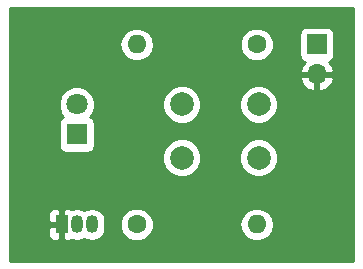
<source format=gbl>
G04 #@! TF.GenerationSoftware,KiCad,Pcbnew,(5.0.0)*
G04 #@! TF.CreationDate,2018-08-12T14:19:39+09:00*
G04 #@! TF.ProjectId,sample01,73616D706C6530312E6B696361645F70,rev?*
G04 #@! TF.SameCoordinates,PX40311b0PY3680a30*
G04 #@! TF.FileFunction,Copper,L2,Bot,Signal*
G04 #@! TF.FilePolarity,Positive*
%FSLAX46Y46*%
G04 Gerber Fmt 4.6, Leading zero omitted, Abs format (unit mm)*
G04 Created by KiCad (PCBNEW (5.0.0)) date 08/12/18 14:19:39*
%MOMM*%
%LPD*%
G01*
G04 APERTURE LIST*
G04 #@! TA.AperFunction,ComponentPad*
%ADD10R,1.700000X1.700000*%
G04 #@! TD*
G04 #@! TA.AperFunction,ComponentPad*
%ADD11O,1.700000X1.700000*%
G04 #@! TD*
G04 #@! TA.AperFunction,ComponentPad*
%ADD12R,1.800000X1.800000*%
G04 #@! TD*
G04 #@! TA.AperFunction,ComponentPad*
%ADD13C,1.800000*%
G04 #@! TD*
G04 #@! TA.AperFunction,ComponentPad*
%ADD14O,1.050000X1.500000*%
G04 #@! TD*
G04 #@! TA.AperFunction,ComponentPad*
%ADD15R,1.050000X1.500000*%
G04 #@! TD*
G04 #@! TA.AperFunction,ComponentPad*
%ADD16O,1.600000X1.600000*%
G04 #@! TD*
G04 #@! TA.AperFunction,ComponentPad*
%ADD17C,1.600000*%
G04 #@! TD*
G04 #@! TA.AperFunction,ComponentPad*
%ADD18C,2.000000*%
G04 #@! TD*
G04 #@! TA.AperFunction,ViaPad*
%ADD19C,0.800000*%
G04 #@! TD*
G04 #@! TA.AperFunction,Conductor*
%ADD20C,0.400000*%
G04 #@! TD*
G04 #@! TA.AperFunction,Conductor*
%ADD21C,0.254000*%
G04 #@! TD*
G04 APERTURE END LIST*
D10*
G04 #@! TO.P,J1,1*
G04 #@! TO.N,+5V*
X26670000Y19050000D03*
D11*
G04 #@! TO.P,J1,2*
G04 #@! TO.N,GND*
X26670000Y16510000D03*
G04 #@! TD*
D12*
G04 #@! TO.P,D1,1*
G04 #@! TO.N,Net-(D1-Pad1)*
X6350000Y11430000D03*
D13*
G04 #@! TO.P,D1,2*
G04 #@! TO.N,Net-(D1-Pad2)*
X6350000Y13970000D03*
G04 #@! TD*
D14*
G04 #@! TO.P,Q1,2*
G04 #@! TO.N,Net-(D1-Pad1)*
X6350000Y3810000D03*
G04 #@! TO.P,Q1,3*
G04 #@! TO.N,Net-(Q1-Pad3)*
X7620000Y3810000D03*
D15*
G04 #@! TO.P,Q1,1*
G04 #@! TO.N,GND*
X5080000Y3810000D03*
G04 #@! TD*
D16*
G04 #@! TO.P,R1,2*
G04 #@! TO.N,Net-(R1-Pad2)*
X21590000Y3810000D03*
D17*
G04 #@! TO.P,R1,1*
G04 #@! TO.N,Net-(Q1-Pad3)*
X11430000Y3810000D03*
G04 #@! TD*
G04 #@! TO.P,R2,1*
G04 #@! TO.N,+5V*
X21590000Y19050000D03*
D16*
G04 #@! TO.P,R2,2*
G04 #@! TO.N,Net-(D1-Pad2)*
X11430000Y19050000D03*
G04 #@! TD*
D18*
G04 #@! TO.P,SW1,2*
G04 #@! TO.N,Net-(R1-Pad2)*
X15240000Y9470000D03*
G04 #@! TO.P,SW1,1*
G04 #@! TO.N,+5V*
X15240000Y13970000D03*
G04 #@! TO.P,SW1,2*
G04 #@! TO.N,Net-(R1-Pad2)*
X21740000Y9470000D03*
G04 #@! TO.P,SW1,1*
G04 #@! TO.N,+5V*
X21740000Y13970000D03*
G04 #@! TD*
D19*
G04 #@! TO.N,GND*
X1270000Y3810000D03*
X1270000Y6350000D03*
X1270000Y8890000D03*
X1270000Y11430000D03*
X1270000Y13970000D03*
X1270000Y16510000D03*
X1270000Y19050000D03*
X1270000Y21590000D03*
X29210000Y21590000D03*
X26670000Y21590000D03*
X24130000Y21590000D03*
X21590000Y21590000D03*
X19050000Y21590000D03*
X16510000Y21590000D03*
X13970000Y21590000D03*
X11430000Y21590000D03*
X8890000Y21590000D03*
X6350000Y21590000D03*
X3810000Y21590000D03*
X3810000Y1270000D03*
X6350000Y1270000D03*
X8890000Y1270000D03*
X11430000Y1270000D03*
X13970000Y1270000D03*
X16510000Y1270000D03*
X19050000Y1270000D03*
X21590000Y1270000D03*
X24130000Y1270000D03*
X26670000Y1270000D03*
X29210000Y1270000D03*
X29210000Y3810000D03*
X29210000Y6350000D03*
X29210000Y8890000D03*
X29210000Y11430000D03*
X29210000Y13970000D03*
X29210000Y16510000D03*
X29210000Y19050000D03*
X1270000Y1270000D03*
G04 #@! TD*
D20*
G04 #@! TO.N,GND*
X1270000Y1270000D02*
X1270000Y1270000D01*
G04 #@! TD*
D21*
G04 #@! TO.N,GND*
G36*
X29770001Y710000D02*
X710000Y710000D01*
X710000Y3524250D01*
X3920000Y3524250D01*
X3920000Y2933690D01*
X4016673Y2700301D01*
X4195302Y2521673D01*
X4428691Y2425000D01*
X4794250Y2425000D01*
X4953000Y2583750D01*
X4953000Y3683000D01*
X4078750Y3683000D01*
X3920000Y3524250D01*
X710000Y3524250D01*
X710000Y4686310D01*
X3920000Y4686310D01*
X3920000Y4095750D01*
X4078750Y3937000D01*
X4953000Y3937000D01*
X4953000Y4149245D01*
X5190000Y4149245D01*
X5190000Y3470754D01*
X5207000Y3385290D01*
X5207000Y2583750D01*
X5365750Y2425000D01*
X5731309Y2425000D01*
X5896016Y2493224D01*
X5897392Y2492305D01*
X6350000Y2402275D01*
X6802609Y2492305D01*
X6985000Y2614175D01*
X7167392Y2492305D01*
X7620000Y2402275D01*
X8072609Y2492305D01*
X8456313Y2748687D01*
X8712695Y3132392D01*
X8780000Y3470755D01*
X8780000Y4095439D01*
X9995000Y4095439D01*
X9995000Y3524561D01*
X10213466Y2997138D01*
X10617138Y2593466D01*
X11144561Y2375000D01*
X11715439Y2375000D01*
X12242862Y2593466D01*
X12646534Y2997138D01*
X12865000Y3524561D01*
X12865000Y3810000D01*
X20126887Y3810000D01*
X20238260Y3250091D01*
X20555423Y2775423D01*
X21030091Y2458260D01*
X21448667Y2375000D01*
X21731333Y2375000D01*
X22149909Y2458260D01*
X22624577Y2775423D01*
X22941740Y3250091D01*
X23053113Y3810000D01*
X22941740Y4369909D01*
X22624577Y4844577D01*
X22149909Y5161740D01*
X21731333Y5245000D01*
X21448667Y5245000D01*
X21030091Y5161740D01*
X20555423Y4844577D01*
X20238260Y4369909D01*
X20126887Y3810000D01*
X12865000Y3810000D01*
X12865000Y4095439D01*
X12646534Y4622862D01*
X12242862Y5026534D01*
X11715439Y5245000D01*
X11144561Y5245000D01*
X10617138Y5026534D01*
X10213466Y4622862D01*
X9995000Y4095439D01*
X8780000Y4095439D01*
X8780000Y4149246D01*
X8712695Y4487609D01*
X8456313Y4871313D01*
X8072608Y5127695D01*
X7620000Y5217725D01*
X7167391Y5127695D01*
X6985000Y5005825D01*
X6802608Y5127695D01*
X6350000Y5217725D01*
X5897391Y5127695D01*
X5896016Y5126776D01*
X5731309Y5195000D01*
X5365750Y5195000D01*
X5207000Y5036250D01*
X5207000Y4234709D01*
X5190000Y4149245D01*
X4953000Y4149245D01*
X4953000Y5036250D01*
X4794250Y5195000D01*
X4428691Y5195000D01*
X4195302Y5098327D01*
X4016673Y4919699D01*
X3920000Y4686310D01*
X710000Y4686310D01*
X710000Y9795222D01*
X13605000Y9795222D01*
X13605000Y9144778D01*
X13853914Y8543847D01*
X14313847Y8083914D01*
X14914778Y7835000D01*
X15565222Y7835000D01*
X16166153Y8083914D01*
X16626086Y8543847D01*
X16875000Y9144778D01*
X16875000Y9795222D01*
X20105000Y9795222D01*
X20105000Y9144778D01*
X20353914Y8543847D01*
X20813847Y8083914D01*
X21414778Y7835000D01*
X22065222Y7835000D01*
X22666153Y8083914D01*
X23126086Y8543847D01*
X23375000Y9144778D01*
X23375000Y9795222D01*
X23126086Y10396153D01*
X22666153Y10856086D01*
X22065222Y11105000D01*
X21414778Y11105000D01*
X20813847Y10856086D01*
X20353914Y10396153D01*
X20105000Y9795222D01*
X16875000Y9795222D01*
X16626086Y10396153D01*
X16166153Y10856086D01*
X15565222Y11105000D01*
X14914778Y11105000D01*
X14313847Y10856086D01*
X13853914Y10396153D01*
X13605000Y9795222D01*
X710000Y9795222D01*
X710000Y12330000D01*
X4802560Y12330000D01*
X4802560Y10530000D01*
X4851843Y10282235D01*
X4992191Y10072191D01*
X5202235Y9931843D01*
X5450000Y9882560D01*
X7250000Y9882560D01*
X7497765Y9931843D01*
X7707809Y10072191D01*
X7848157Y10282235D01*
X7897440Y10530000D01*
X7897440Y12330000D01*
X7848157Y12577765D01*
X7707809Y12787809D01*
X7497765Y12928157D01*
X7482092Y12931275D01*
X7651310Y13100493D01*
X7885000Y13664670D01*
X7885000Y14275330D01*
X7876761Y14295222D01*
X13605000Y14295222D01*
X13605000Y13644778D01*
X13853914Y13043847D01*
X14313847Y12583914D01*
X14914778Y12335000D01*
X15565222Y12335000D01*
X16166153Y12583914D01*
X16626086Y13043847D01*
X16875000Y13644778D01*
X16875000Y14295222D01*
X20105000Y14295222D01*
X20105000Y13644778D01*
X20353914Y13043847D01*
X20813847Y12583914D01*
X21414778Y12335000D01*
X22065222Y12335000D01*
X22666153Y12583914D01*
X23126086Y13043847D01*
X23375000Y13644778D01*
X23375000Y14295222D01*
X23126086Y14896153D01*
X22666153Y15356086D01*
X22065222Y15605000D01*
X21414778Y15605000D01*
X20813847Y15356086D01*
X20353914Y14896153D01*
X20105000Y14295222D01*
X16875000Y14295222D01*
X16626086Y14896153D01*
X16166153Y15356086D01*
X15565222Y15605000D01*
X14914778Y15605000D01*
X14313847Y15356086D01*
X13853914Y14896153D01*
X13605000Y14295222D01*
X7876761Y14295222D01*
X7651310Y14839507D01*
X7219507Y15271310D01*
X6655330Y15505000D01*
X6044670Y15505000D01*
X5480493Y15271310D01*
X5048690Y14839507D01*
X4815000Y14275330D01*
X4815000Y13664670D01*
X5048690Y13100493D01*
X5217908Y12931275D01*
X5202235Y12928157D01*
X4992191Y12787809D01*
X4851843Y12577765D01*
X4802560Y12330000D01*
X710000Y12330000D01*
X710000Y16153110D01*
X25228524Y16153110D01*
X25398355Y15743076D01*
X25788642Y15314817D01*
X26313108Y15068514D01*
X26543000Y15189181D01*
X26543000Y16383000D01*
X26797000Y16383000D01*
X26797000Y15189181D01*
X27026892Y15068514D01*
X27551358Y15314817D01*
X27941645Y15743076D01*
X28111476Y16153110D01*
X27990155Y16383000D01*
X26797000Y16383000D01*
X26543000Y16383000D01*
X25349845Y16383000D01*
X25228524Y16153110D01*
X710000Y16153110D01*
X710000Y19050000D01*
X9966887Y19050000D01*
X10078260Y18490091D01*
X10395423Y18015423D01*
X10870091Y17698260D01*
X11288667Y17615000D01*
X11571333Y17615000D01*
X11989909Y17698260D01*
X12464577Y18015423D01*
X12781740Y18490091D01*
X12893113Y19050000D01*
X12836336Y19335439D01*
X20155000Y19335439D01*
X20155000Y18764561D01*
X20373466Y18237138D01*
X20777138Y17833466D01*
X21304561Y17615000D01*
X21875439Y17615000D01*
X22402862Y17833466D01*
X22806534Y18237138D01*
X23025000Y18764561D01*
X23025000Y19335439D01*
X22806534Y19862862D01*
X22769396Y19900000D01*
X25172560Y19900000D01*
X25172560Y18200000D01*
X25221843Y17952235D01*
X25362191Y17742191D01*
X25572235Y17601843D01*
X25675708Y17581261D01*
X25398355Y17276924D01*
X25228524Y16866890D01*
X25349845Y16637000D01*
X26543000Y16637000D01*
X26543000Y16657000D01*
X26797000Y16657000D01*
X26797000Y16637000D01*
X27990155Y16637000D01*
X28111476Y16866890D01*
X27941645Y17276924D01*
X27664292Y17581261D01*
X27767765Y17601843D01*
X27977809Y17742191D01*
X28118157Y17952235D01*
X28167440Y18200000D01*
X28167440Y19900000D01*
X28118157Y20147765D01*
X27977809Y20357809D01*
X27767765Y20498157D01*
X27520000Y20547440D01*
X25820000Y20547440D01*
X25572235Y20498157D01*
X25362191Y20357809D01*
X25221843Y20147765D01*
X25172560Y19900000D01*
X22769396Y19900000D01*
X22402862Y20266534D01*
X21875439Y20485000D01*
X21304561Y20485000D01*
X20777138Y20266534D01*
X20373466Y19862862D01*
X20155000Y19335439D01*
X12836336Y19335439D01*
X12781740Y19609909D01*
X12464577Y20084577D01*
X11989909Y20401740D01*
X11571333Y20485000D01*
X11288667Y20485000D01*
X10870091Y20401740D01*
X10395423Y20084577D01*
X10078260Y19609909D01*
X9966887Y19050000D01*
X710000Y19050000D01*
X710000Y22150000D01*
X29770000Y22150000D01*
X29770001Y710000D01*
X29770001Y710000D01*
G37*
X29770001Y710000D02*
X710000Y710000D01*
X710000Y3524250D01*
X3920000Y3524250D01*
X3920000Y2933690D01*
X4016673Y2700301D01*
X4195302Y2521673D01*
X4428691Y2425000D01*
X4794250Y2425000D01*
X4953000Y2583750D01*
X4953000Y3683000D01*
X4078750Y3683000D01*
X3920000Y3524250D01*
X710000Y3524250D01*
X710000Y4686310D01*
X3920000Y4686310D01*
X3920000Y4095750D01*
X4078750Y3937000D01*
X4953000Y3937000D01*
X4953000Y4149245D01*
X5190000Y4149245D01*
X5190000Y3470754D01*
X5207000Y3385290D01*
X5207000Y2583750D01*
X5365750Y2425000D01*
X5731309Y2425000D01*
X5896016Y2493224D01*
X5897392Y2492305D01*
X6350000Y2402275D01*
X6802609Y2492305D01*
X6985000Y2614175D01*
X7167392Y2492305D01*
X7620000Y2402275D01*
X8072609Y2492305D01*
X8456313Y2748687D01*
X8712695Y3132392D01*
X8780000Y3470755D01*
X8780000Y4095439D01*
X9995000Y4095439D01*
X9995000Y3524561D01*
X10213466Y2997138D01*
X10617138Y2593466D01*
X11144561Y2375000D01*
X11715439Y2375000D01*
X12242862Y2593466D01*
X12646534Y2997138D01*
X12865000Y3524561D01*
X12865000Y3810000D01*
X20126887Y3810000D01*
X20238260Y3250091D01*
X20555423Y2775423D01*
X21030091Y2458260D01*
X21448667Y2375000D01*
X21731333Y2375000D01*
X22149909Y2458260D01*
X22624577Y2775423D01*
X22941740Y3250091D01*
X23053113Y3810000D01*
X22941740Y4369909D01*
X22624577Y4844577D01*
X22149909Y5161740D01*
X21731333Y5245000D01*
X21448667Y5245000D01*
X21030091Y5161740D01*
X20555423Y4844577D01*
X20238260Y4369909D01*
X20126887Y3810000D01*
X12865000Y3810000D01*
X12865000Y4095439D01*
X12646534Y4622862D01*
X12242862Y5026534D01*
X11715439Y5245000D01*
X11144561Y5245000D01*
X10617138Y5026534D01*
X10213466Y4622862D01*
X9995000Y4095439D01*
X8780000Y4095439D01*
X8780000Y4149246D01*
X8712695Y4487609D01*
X8456313Y4871313D01*
X8072608Y5127695D01*
X7620000Y5217725D01*
X7167391Y5127695D01*
X6985000Y5005825D01*
X6802608Y5127695D01*
X6350000Y5217725D01*
X5897391Y5127695D01*
X5896016Y5126776D01*
X5731309Y5195000D01*
X5365750Y5195000D01*
X5207000Y5036250D01*
X5207000Y4234709D01*
X5190000Y4149245D01*
X4953000Y4149245D01*
X4953000Y5036250D01*
X4794250Y5195000D01*
X4428691Y5195000D01*
X4195302Y5098327D01*
X4016673Y4919699D01*
X3920000Y4686310D01*
X710000Y4686310D01*
X710000Y9795222D01*
X13605000Y9795222D01*
X13605000Y9144778D01*
X13853914Y8543847D01*
X14313847Y8083914D01*
X14914778Y7835000D01*
X15565222Y7835000D01*
X16166153Y8083914D01*
X16626086Y8543847D01*
X16875000Y9144778D01*
X16875000Y9795222D01*
X20105000Y9795222D01*
X20105000Y9144778D01*
X20353914Y8543847D01*
X20813847Y8083914D01*
X21414778Y7835000D01*
X22065222Y7835000D01*
X22666153Y8083914D01*
X23126086Y8543847D01*
X23375000Y9144778D01*
X23375000Y9795222D01*
X23126086Y10396153D01*
X22666153Y10856086D01*
X22065222Y11105000D01*
X21414778Y11105000D01*
X20813847Y10856086D01*
X20353914Y10396153D01*
X20105000Y9795222D01*
X16875000Y9795222D01*
X16626086Y10396153D01*
X16166153Y10856086D01*
X15565222Y11105000D01*
X14914778Y11105000D01*
X14313847Y10856086D01*
X13853914Y10396153D01*
X13605000Y9795222D01*
X710000Y9795222D01*
X710000Y12330000D01*
X4802560Y12330000D01*
X4802560Y10530000D01*
X4851843Y10282235D01*
X4992191Y10072191D01*
X5202235Y9931843D01*
X5450000Y9882560D01*
X7250000Y9882560D01*
X7497765Y9931843D01*
X7707809Y10072191D01*
X7848157Y10282235D01*
X7897440Y10530000D01*
X7897440Y12330000D01*
X7848157Y12577765D01*
X7707809Y12787809D01*
X7497765Y12928157D01*
X7482092Y12931275D01*
X7651310Y13100493D01*
X7885000Y13664670D01*
X7885000Y14275330D01*
X7876761Y14295222D01*
X13605000Y14295222D01*
X13605000Y13644778D01*
X13853914Y13043847D01*
X14313847Y12583914D01*
X14914778Y12335000D01*
X15565222Y12335000D01*
X16166153Y12583914D01*
X16626086Y13043847D01*
X16875000Y13644778D01*
X16875000Y14295222D01*
X20105000Y14295222D01*
X20105000Y13644778D01*
X20353914Y13043847D01*
X20813847Y12583914D01*
X21414778Y12335000D01*
X22065222Y12335000D01*
X22666153Y12583914D01*
X23126086Y13043847D01*
X23375000Y13644778D01*
X23375000Y14295222D01*
X23126086Y14896153D01*
X22666153Y15356086D01*
X22065222Y15605000D01*
X21414778Y15605000D01*
X20813847Y15356086D01*
X20353914Y14896153D01*
X20105000Y14295222D01*
X16875000Y14295222D01*
X16626086Y14896153D01*
X16166153Y15356086D01*
X15565222Y15605000D01*
X14914778Y15605000D01*
X14313847Y15356086D01*
X13853914Y14896153D01*
X13605000Y14295222D01*
X7876761Y14295222D01*
X7651310Y14839507D01*
X7219507Y15271310D01*
X6655330Y15505000D01*
X6044670Y15505000D01*
X5480493Y15271310D01*
X5048690Y14839507D01*
X4815000Y14275330D01*
X4815000Y13664670D01*
X5048690Y13100493D01*
X5217908Y12931275D01*
X5202235Y12928157D01*
X4992191Y12787809D01*
X4851843Y12577765D01*
X4802560Y12330000D01*
X710000Y12330000D01*
X710000Y16153110D01*
X25228524Y16153110D01*
X25398355Y15743076D01*
X25788642Y15314817D01*
X26313108Y15068514D01*
X26543000Y15189181D01*
X26543000Y16383000D01*
X26797000Y16383000D01*
X26797000Y15189181D01*
X27026892Y15068514D01*
X27551358Y15314817D01*
X27941645Y15743076D01*
X28111476Y16153110D01*
X27990155Y16383000D01*
X26797000Y16383000D01*
X26543000Y16383000D01*
X25349845Y16383000D01*
X25228524Y16153110D01*
X710000Y16153110D01*
X710000Y19050000D01*
X9966887Y19050000D01*
X10078260Y18490091D01*
X10395423Y18015423D01*
X10870091Y17698260D01*
X11288667Y17615000D01*
X11571333Y17615000D01*
X11989909Y17698260D01*
X12464577Y18015423D01*
X12781740Y18490091D01*
X12893113Y19050000D01*
X12836336Y19335439D01*
X20155000Y19335439D01*
X20155000Y18764561D01*
X20373466Y18237138D01*
X20777138Y17833466D01*
X21304561Y17615000D01*
X21875439Y17615000D01*
X22402862Y17833466D01*
X22806534Y18237138D01*
X23025000Y18764561D01*
X23025000Y19335439D01*
X22806534Y19862862D01*
X22769396Y19900000D01*
X25172560Y19900000D01*
X25172560Y18200000D01*
X25221843Y17952235D01*
X25362191Y17742191D01*
X25572235Y17601843D01*
X25675708Y17581261D01*
X25398355Y17276924D01*
X25228524Y16866890D01*
X25349845Y16637000D01*
X26543000Y16637000D01*
X26543000Y16657000D01*
X26797000Y16657000D01*
X26797000Y16637000D01*
X27990155Y16637000D01*
X28111476Y16866890D01*
X27941645Y17276924D01*
X27664292Y17581261D01*
X27767765Y17601843D01*
X27977809Y17742191D01*
X28118157Y17952235D01*
X28167440Y18200000D01*
X28167440Y19900000D01*
X28118157Y20147765D01*
X27977809Y20357809D01*
X27767765Y20498157D01*
X27520000Y20547440D01*
X25820000Y20547440D01*
X25572235Y20498157D01*
X25362191Y20357809D01*
X25221843Y20147765D01*
X25172560Y19900000D01*
X22769396Y19900000D01*
X22402862Y20266534D01*
X21875439Y20485000D01*
X21304561Y20485000D01*
X20777138Y20266534D01*
X20373466Y19862862D01*
X20155000Y19335439D01*
X12836336Y19335439D01*
X12781740Y19609909D01*
X12464577Y20084577D01*
X11989909Y20401740D01*
X11571333Y20485000D01*
X11288667Y20485000D01*
X10870091Y20401740D01*
X10395423Y20084577D01*
X10078260Y19609909D01*
X9966887Y19050000D01*
X710000Y19050000D01*
X710000Y22150000D01*
X29770000Y22150000D01*
X29770001Y710000D01*
G04 #@! TD*
M02*

</source>
